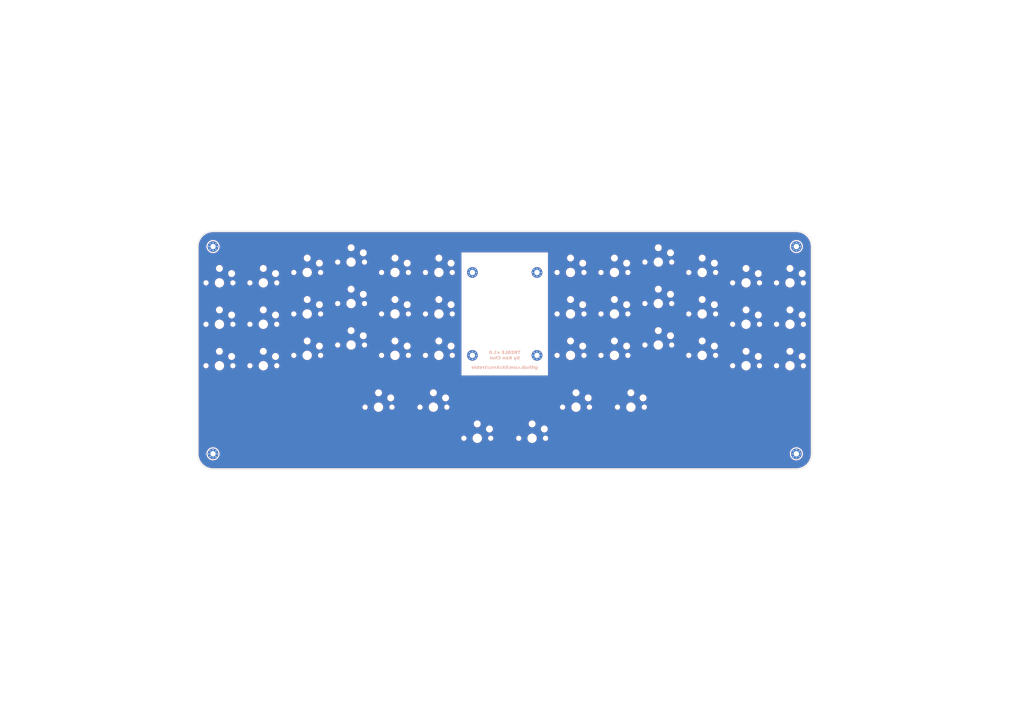
<source format=kicad_pcb>
(kicad_pcb (version 20240108) (generator "pcbnew") (generator_version "8.0")
  (title_block (title "treble_bottom_plate") (date "2024-09-01") (rev "1") (company "Ken Choi"))
  (layers (0 "F.Cu" signal) (31 "B.Cu" signal) (34 "B.Paste" user) (35 "F.Paste" user) (36 "B.SilkS" user "B.Silkscreen") (37 "F.SilkS" user "F.Silkscreen") (38 "B.Mask" user) (39 "F.Mask" user) (44 "Edge.Cuts" user))
  (net 0 "")
  (net 1 "H1_Hole")
  (net 2 "H2_Hole")
  (net 3 "H3_Hole")
  (net 4 "H4_Hole")
  (net 5 "H5_Hole")
  (net 6 "H6_Hole")
  (net 7 "H7_Hole")
  (net 8 "H8_Hole")
  (net 9 "GND")
  (footprint "CutoutSwitch" (layer "F.Cu") (at 180 111.75)
    (property "Reference" "CS18" (hide yes))
    (property "Value" "")
    (pad "" np_thru_hole circle (at -5.5 0) (size 1.7 1.7) (drill 1.7) (layers "*.Cu" "*.Mask"))
    (pad "" np_thru_hole circle (at 0 -5.9) (size 2.4 2.4) (drill 2.4) (layers "*.Cu" "*.Mask"))
    (pad "" np_thru_hole circle (at 0 0) (size 3.4 3.4) (drill 3.4) (layers "*.Cu" "*.Mask"))
    (pad "" np_thru_hole circle (at 5 -3.8) (size 2.4 2.4) (drill 2.4) (layers "*.Cu" "*.Mask"))
    (pad "" np_thru_hole circle (at 5.5 0) (size 1.7 1.7) (drill 1.7) (layers "*.Cu" "*.Mask"))
  )
  (footprint "MountingHole_2.2mm_M2_Pad_Via" (layer "F.Cu") (at 193.75 111.75)
    (property "Reference" "H2" (hide yes))
    (property "Value" "")
    (pad "" thru_hole circle (at -1.65 0) (size 0.7 0.7) (drill 0.4) (layers "*.Cu" "*.Mask") (net 2 "H2_Hole"))
    (pad "" thru_hole circle (at -1.166726 -1.166726) (size 0.7 0.7) (drill 0.4) (layers "*.Cu" "*.Mask") (net 2 "H2_Hole"))
    (pad "" thru_hole circle (at -1.166726 1.166726) (size 0.7 0.7) (drill 0.4) (layers "*.Cu" "*.Mask") (net 2 "H2_Hole"))
    (pad "" thru_hole circle (at 0 -1.65) (size 0.7 0.7) (drill 0.4) (layers "*.Cu" "*.Mask") (net 2 "H2_Hole"))
    (pad "" thru_hole circle (at 0 0) (size 4.4 4.4) (drill 2.2) (layers "*.Cu" "*.Mask") (net 2 "H2_Hole"))
    (pad "" thru_hole circle (at 0 1.65) (size 0.7 0.7) (drill 0.4) (layers "*.Cu" "*.Mask") (net 2 "H2_Hole"))
    (pad "" thru_hole circle (at 1.166726 -1.166726) (size 0.7 0.7) (drill 0.4) (layers "*.Cu" "*.Mask") (net 2 "H2_Hole"))
    (pad "" thru_hole circle (at 1.166726 1.166726) (size 0.7 0.7) (drill 0.4) (layers "*.Cu" "*.Mask") (net 2 "H2_Hole"))
    (pad "" thru_hole circle (at 1.65 0) (size 0.7 0.7) (drill 0.4) (layers "*.Cu" "*.Mask") (net 2 "H2_Hole"))
  )
  (footprint "CutoutSwitch" (layer "F.Cu") (at 126 128.75)
    (property "Reference" "CS8" (hide yes))
    (property "Value" "")
    (pad "" np_thru_hole circle (at -5.5 0) (size 1.7 1.7) (drill 1.7) (layers "*.Cu" "*.Mask"))
    (pad "" np_thru_hole circle (at 0 -5.9) (size 2.4 2.4) (drill 2.4) (layers "*.Cu" "*.Mask"))
    (pad "" np_thru_hole circle (at 0 0) (size 3.4 3.4) (drill 3.4) (layers "*.Cu" "*.Mask"))
    (pad "" np_thru_hole circle (at 5 -3.8) (size 2.4 2.4) (drill 2.4) (layers "*.Cu" "*.Mask"))
    (pad "" np_thru_hole circle (at 5.5 0) (size 1.7 1.7) (drill 1.7) (layers "*.Cu" "*.Mask"))
  )
  (footprint "CutoutSwitch" (layer "F.Cu") (at 234 128.75)
    (property "Reference" "CS38" (hide yes))
    (property "Value" "")
    (pad "" np_thru_hole circle (at -5.5 0) (size 1.7 1.7) (drill 1.7) (layers "*.Cu" "*.Mask"))
    (pad "" np_thru_hole circle (at 0 -5.9) (size 2.4 2.4) (drill 2.4) (layers "*.Cu" "*.Mask"))
    (pad "" np_thru_hole circle (at 0 0) (size 3.4 3.4) (drill 3.4) (layers "*.Cu" "*.Mask"))
    (pad "" np_thru_hole circle (at 5 -3.8) (size 2.4 2.4) (drill 2.4) (layers "*.Cu" "*.Mask"))
    (pad "" np_thru_hole circle (at 5.5 0) (size 1.7 1.7) (drill 1.7) (layers "*.Cu" "*.Mask"))
  )
  (footprint "CutoutSwitch" (layer "F.Cu") (at 288 128.75)
    (property "Reference" "CS29" (hide yes))
    (property "Value" "")
    (pad "" np_thru_hole circle (at -5.5 0) (size 1.7 1.7) (drill 1.7) (layers "*.Cu" "*.Mask"))
    (pad "" np_thru_hole circle (at 0 -5.9) (size 2.4 2.4) (drill 2.4) (layers "*.Cu" "*.Mask"))
    (pad "" np_thru_hole circle (at 0 0) (size 3.4 3.4) (drill 3.4) (layers "*.Cu" "*.Mask"))
    (pad "" np_thru_hole circle (at 5 -3.8) (size 2.4 2.4) (drill 2.4) (layers "*.Cu" "*.Mask"))
    (pad "" np_thru_hole circle (at 5.5 0) (size 1.7 1.7) (drill 1.7) (layers "*.Cu" "*.Mask"))
  )
  (footprint "MountingHole_2.2mm_M2_Pad_Via" (layer "F.Cu") (at 220.25 145.75)
    (property "Reference" "H3" (hide yes))
    (property "Value" "")
    (pad "" thru_hole circle (at -1.65 0) (size 0.7 0.7) (drill 0.4) (layers "*.Cu" "*.Mask") (net 3 "H3_Hole"))
    (pad "" thru_hole circle (at -1.166726 -1.166726) (size 0.7 0.7) (drill 0.4) (layers "*.Cu" "*.Mask") (net 3 "H3_Hole"))
    (pad "" thru_hole circle (at -1.166726 1.166726) (size 0.7 0.7) (drill 0.4) (layers "*.Cu" "*.Mask") (net 3 "H3_Hole"))
    (pad "" thru_hole circle (at 0 -1.65) (size 0.7 0.7) (drill 0.4) (layers "*.Cu" "*.Mask") (net 3 "H3_Hole"))
    (pad "" thru_hole circle (at 0 0) (size 4.4 4.4) (drill 2.2) (layers "*.Cu" "*.Mask") (net 3 "H3_Hole"))
    (pad "" thru_hole circle (at 0 1.65) (size 0.7 0.7) (drill 0.4) (layers "*.Cu" "*.Mask") (net 3 "H3_Hole"))
    (pad "" thru_hole circle (at 1.166726 -1.166726) (size 0.7 0.7) (drill 0.4) (layers "*.Cu" "*.Mask") (net 3 "H3_Hole"))
    (pad "" thru_hole circle (at 1.166726 1.166726) (size 0.7 0.7) (drill 0.4) (layers "*.Cu" "*.Mask") (net 3 "H3_Hole"))
    (pad "" thru_hole circle (at 1.65 0) (size 0.7 0.7) (drill 0.4) (layers "*.Cu" "*.Mask") (net 3 "H3_Hole"))
  )
  (footprint "MountingHole_2.2mm_M2_Pad_Via" (layer "F.Cu") (at 220.25 111.75)
    (property "Reference" "H4" (hide yes))
    (property "Value" "")
    (pad "" thru_hole circle (at -1.65 0) (size 0.7 0.7) (drill 0.4) (layers "*.Cu" "*.Mask") (net 4 "H4_Hole"))
    (pad "" thru_hole circle (at -1.166726 -1.166726) (size 0.7 0.7) (drill 0.4) (layers "*.Cu" "*.Mask") (net 4 "H4_Hole"))
    (pad "" thru_hole circle (at -1.166726 1.166726) (size 0.7 0.7) (drill 0.4) (layers "*.Cu" "*.Mask") (net 4 "H4_Hole"))
    (pad "" thru_hole circle (at 0 -1.65) (size 0.7 0.7) (drill 0.4) (layers "*.Cu" "*.Mask") (net 4 "H4_Hole"))
    (pad "" thru_hole circle (at 0 0) (size 4.4 4.4) (drill 2.2) (layers "*.Cu" "*.Mask") (net 4 "H4_Hole"))
    (pad "" thru_hole circle (at 0 1.65) (size 0.7 0.7) (drill 0.4) (layers "*.Cu" "*.Mask") (net 4 "H4_Hole"))
    (pad "" thru_hole circle (at 1.166726 -1.166726) (size 0.7 0.7) (drill 0.4) (layers "*.Cu" "*.Mask") (net 4 "H4_Hole"))
    (pad "" thru_hole circle (at 1.166726 1.166726) (size 0.7 0.7) (drill 0.4) (layers "*.Cu" "*.Mask") (net 4 "H4_Hole"))
    (pad "" thru_hole circle (at 1.65 0) (size 0.7 0.7) (drill 0.4) (layers "*.Cu" "*.Mask") (net 4 "H4_Hole"))
  )
  (footprint "CutoutSwitch" (layer "F.Cu") (at 144 124.5)
    (property "Reference" "CS11" (hide yes))
    (property "Value" "")
    (pad "" np_thru_hole circle (at -5.5 0) (size 1.7 1.7) (drill 1.7) (layers "*.Cu" "*.Mask"))
    (pad "" np_thru_hole circle (at 0 -5.9) (size 2.4 2.4) (drill 2.4) (layers "*.Cu" "*.Mask"))
    (pad "" np_thru_hole circle (at 0 0) (size 3.4 3.4) (drill 3.4) (layers "*.Cu" "*.Mask"))
    (pad "" np_thru_hole circle (at 5 -3.8) (size 2.4 2.4) (drill 2.4) (layers "*.Cu" "*.Mask"))
    (pad "" np_thru_hole circle (at 5.5 0) (size 1.7 1.7) (drill 1.7) (layers "*.Cu" "*.Mask"))
  )
  (footprint "CutoutSwitch" (layer "F.Cu") (at 144 107.5)
    (property "Reference" "CS12" (hide yes))
    (property "Value" "")
    (pad "" np_thru_hole circle (at -5.5 0) (size 1.7 1.7) (drill 1.7) (layers "*.Cu" "*.Mask"))
    (pad "" np_thru_hole circle (at 0 -5.9) (size 2.4 2.4) (drill 2.4) (layers "*.Cu" "*.Mask"))
    (pad "" np_thru_hole circle (at 0 0) (size 3.4 3.4) (drill 3.4) (layers "*.Cu" "*.Mask"))
    (pad "" np_thru_hole circle (at 5 -3.8) (size 2.4 2.4) (drill 2.4) (layers "*.Cu" "*.Mask"))
    (pad "" np_thru_hole circle (at 5.5 0) (size 1.7 1.7) (drill 1.7) (layers "*.Cu" "*.Mask"))
  )
  (footprint "MountingHole_2.2mm_M2_Pad_Via" (layer "F.Cu") (at 326.625 101.125)
    (property "Reference" "H8" (hide yes))
    (property "Value" "")
    (pad "" thru_hole circle (at -1.65 0) (size 0.7 0.7) (drill 0.4) (layers "*.Cu" "*.Mask") (net 8 "H8_Hole"))
    (pad "" thru_hole circle (at -1.166726 -1.166726) (size 0.7 0.7) (drill 0.4) (layers "*.Cu" "*.Mask") (net 8 "H8_Hole"))
    (pad "" thru_hole circle (at -1.166726 1.166726) (size 0.7 0.7) (drill 0.4) (layers "*.Cu" "*.Mask") (net 8 "H8_Hole"))
    (pad "" thru_hole circle (at 0 -1.65) (size 0.7 0.7) (drill 0.4) (layers "*.Cu" "*.Mask") (net 8 "H8_Hole"))
    (pad "" thru_hole circle (at 0 0) (size 4.4 4.4) (drill 2.2) (layers "*.Cu" "*.Mask") (net 8 "H8_Hole"))
    (pad "" thru_hole circle (at 0 1.65) (size 0.7 0.7) (drill 0.4) (layers "*.Cu" "*.Mask") (net 8 "H8_Hole"))
    (pad "" thru_hole circle (at 1.166726 -1.166726) (size 0.7 0.7) (drill 0.4) (layers "*.Cu" "*.Mask") (net 8 "H8_Hole"))
    (pad "" thru_hole circle (at 1.166726 1.166726) (size 0.7 0.7) (drill 0.4) (layers "*.Cu" "*.Mask") (net 8 "H8_Hole"))
    (pad "" thru_hole circle (at 1.65 0) (size 0.7 0.7) (drill 0.4) (layers "*.Cu" "*.Mask") (net 8 "H8_Hole"))
  )
  (footprint "CutoutSwitch" (layer "F.Cu") (at 162 145.75)
    (property "Reference" "CS13" (hide yes))
    (property "Value" "")
    (pad "" np_thru_hole circle (at -5.5 0) (size 1.7 1.7) (drill 1.7) (layers "*.Cu" "*.Mask"))
    (pad "" np_thru_hole circle (at 0 -5.9) (size 2.4 2.4) (drill 2.4) (layers "*.Cu" "*.Mask"))
    (pad "" np_thru_hole circle (at 0 0) (size 3.4 3.4) (drill 3.4) (layers "*.Cu" "*.Mask"))
    (pad "" np_thru_hole circle (at 5 -3.8) (size 2.4 2.4) (drill 2.4) (layers "*.Cu" "*.Mask"))
    (pad "" np_thru_hole circle (at 5.5 0) (size 1.7 1.7) (drill 1.7) (layers "*.Cu" "*.Mask"))
  )
  (footprint "CutoutSwitch" (layer "F.Cu") (at 155.25 167)
    (property "Reference" "CS19" (hide yes))
    (property "Value" "")
    (pad "" np_thru_hole circle (at -5.5 0) (size 1.7 1.7) (drill 1.7) (layers "*.Cu" "*.Mask"))
    (pad "" np_thru_hole circle (at 0 -5.9) (size 2.4 2.4) (drill 2.4) (layers "*.Cu" "*.Mask"))
    (pad "" np_thru_hole circle (at 0 0) (size 3.4 3.4) (drill 3.4) (layers "*.Cu" "*.Mask"))
    (pad "" np_thru_hole circle (at 5 -3.8) (size 2.4 2.4) (drill 2.4) (layers "*.Cu" "*.Mask"))
    (pad "" np_thru_hole circle (at 5.5 0) (size 1.7 1.7) (drill 1.7) (layers "*.Cu" "*.Mask"))
  )
  (footprint "CutoutSwitch" (layer "F.Cu") (at 108 150)
    (property "Reference" "CS4" (hide yes))
    (property "Value" "")
    (pad "" np_thru_hole circle (at -5.5 0) (size 1.7 1.7) (drill 1.7) (layers "*.Cu" "*.Mask"))
    (pad "" np_thru_hole circle (at 0 -5.9) (size 2.4 2.4) (drill 2.4) (layers "*.Cu" "*.Mask"))
    (pad "" np_thru_hole circle (at 0 0) (size 3.4 3.4) (drill 3.4) (layers "*.Cu" "*.Mask"))
    (pad "" np_thru_hole circle (at 5 -3.8) (size 2.4 2.4) (drill 2.4) (layers "*.Cu" "*.Mask"))
    (pad "" np_thru_hole circle (at 5.5 0) (size 1.7 1.7) (drill 1.7) (layers "*.Cu" "*.Mask"))
  )
  (footprint "CutoutSwitch" (layer "F.Cu") (at 270 124.5)
    (property "Reference" "CS32" (hide yes))
    (property "Value" "")
    (pad "" np_thru_hole circle (at -5.5 0) (size 1.7 1.7) (drill 1.7) (layers "*.Cu" "*.Mask"))
    (pad "" np_thru_hole circle (at 0 -5.9) (size 2.4 2.4) (drill 2.4) (layers "*.Cu" "*.Mask"))
    (pad "" np_thru_hole circle (at 0 0) (size 3.4 3.4) (drill 3.4) (layers "*.Cu" "*.Mask"))
    (pad "" np_thru_hole circle (at 5 -3.8) (size 2.4 2.4) (drill 2.4) (layers "*.Cu" "*.Mask"))
    (pad "" np_thru_hole circle (at 5.5 0) (size 1.7 1.7) (drill 1.7) (layers "*.Cu" "*.Mask"))
  )
  (footprint "CutoutSwitch" (layer "F.Cu") (at 177.75 167)
    (property "Reference" "CS20" (hide yes))
    (property "Value" "")
    (pad "" np_thru_hole circle (at -5.5 0) (size 1.7 1.7) (drill 1.7) (layers "*.Cu" "*.Mask"))
    (pad "" np_thru_hole circle (at 0 -5.9) (size 2.4 2.4) (drill 2.4) (layers "*.Cu" "*.Mask"))
    (pad "" np_thru_hole circle (at 0 0) (size 3.4 3.4) (drill 3.4) (layers "*.Cu" "*.Mask"))
    (pad "" np_thru_hole circle (at 5 -3.8) (size 2.4 2.4) (drill 2.4) (layers "*.Cu" "*.Mask"))
    (pad "" np_thru_hole circle (at 5.5 0) (size 1.7 1.7) (drill 1.7) (layers "*.Cu" "*.Mask"))
  )
  (footprint "MountingHole_2.2mm_M2_Pad_Via" (layer "F.Cu") (at 193.75 145.75)
    (property "Reference" "H1" (hide yes))
    (property "Value" "")
    (pad "" thru_hole circle (at -1.65 0) (size 0.7 0.7) (drill 0.4) (layers "*.Cu" "*.Mask") (net 1 "H1_Hole"))
    (pad "" thru_hole circle (at -1.166726 -1.166726) (size 0.7 0.7) (drill 0.4) (layers "*.Cu" "*.Mask") (net 1 "H1_Hole"))
    (pad "" thru_hole circle (at -1.166726 1.166726) (size 0.7 0.7) (drill 0.4) (layers "*.Cu" "*.Mask") (net 1 "H1_Hole"))
    (pad "" thru_hole circle (at 0 -1.65) (size 0.7 0.7) (drill 0.4) (layers "*.Cu" "*.Mask") (net 1 "H1_Hole"))
    (pad "" thru_hole circle (at 0 0) (size 4.4 4.4) (drill 2.2) (layers "*.Cu" "*.Mask") (net 1 "H1_Hole"))
    (pad "" thru_hole circle (at 0 1.65) (size 0.7 0.7) (drill 0.4) (layers "*.Cu" "*.Mask") (net 1 "H1_Hole"))
    (pad "" thru_hole circle (at 1.166726 -1.166726) (size 0.7 0.7) (drill 0.4) (layers "*.Cu" "*.Mask") (net 1 "H1_Hole"))
    (pad "" thru_hole circle (at 1.166726 1.166726) (size 0.7 0.7) (drill 0.4) (layers "*.Cu" "*.Mask") (net 1 "H1_Hole"))
    (pad "" thru_hole circle (at 1.65 0) (size 0.7 0.7) (drill 0.4) (layers "*.Cu" "*.Mask") (net 1 "H1_Hole"))
  )
  (footprint "MountingHole_2.2mm_M2_Pad_Via" (layer "F.Cu") (at 326.625 186.125)
    (property "Reference" "H7" (hide yes))
    (property "Value" "")
    (pad "" thru_hole circle (at -1.65 0) (size 0.7 0.7) (drill 0.4) (layers "*.Cu" "*.Mask") (net 7 "H7_Hole"))
    (pad "" thru_hole circle (at -1.166726 -1.166726) (size 0.7 0.7) (drill 0.4) (layers "*.Cu" "*.Mask") (net 7 "H7_Hole"))
    (pad "" thru_hole circle (at -1.166726 1.166726) (size 0.7 0.7) (drill 0.4) (layers "*.Cu" "*.Mask") (net 7 "H7_Hole"))
    (pad "" thru_hole circle (at 0 -1.65) (size 0.7 0.7) (drill 0.4) (layers "*.Cu" "*.Mask") (net 7 "H7_Hole"))
    (pad "" thru_hole circle (at 0 0) (size 4.4 4.4) (drill 2.2) (layers "*.Cu" "*.Mask") (net 7 "H7_Hole"))
    (pad "" thru_hole circle (at 0 1.65) (size 0.7 0.7) (drill 0.4) (layers "*.Cu" "*.Mask") (net 7 "H7_Hole"))
    (pad "" thru_hole circle (at 1.166726 -1.166726) (size 0.7 0.7) (drill 0.4) (layers "*.Cu" "*.Mask") (net 7 "H7_Hole"))
    (pad "" thru_hole circle (at 1.166726 1.166726) (size 0.7 0.7) (drill 0.4) (layers "*.Cu" "*.Mask") (net 7 "H7_Hole"))
    (pad "" thru_hole circle (at 1.65 0) (size 0.7 0.7) (drill 0.4) (layers "*.Cu" "*.Mask") (net 7 "H7_Hole"))
  )
  (footprint "CutoutSwitch" (layer "F.Cu") (at 252 145.75)
    (property "Reference" "CS34" (hide yes))
    (property "Value" "")
    (pad "" np_thru_hole circle (at -5.5 0) (size 1.7 1.7) (drill 1.7) (layers "*.Cu" "*.Mask"))
    (pad "" np_thru_hole circle (at 0 -5.9) (size 2.4 2.4) (drill 2.4) (layers "*.Cu" "*.Mask"))
    (pad "" np_thru_hole circle (at 0 0) (size 3.4 3.4) (drill 3.4) (layers "*.Cu" "*.Mask"))
    (pad "" np_thru_hole circle (at 5 -3.8) (size 2.4 2.4) (drill 2.4) (layers "*.Cu" "*.Mask"))
    (pad "" np_thru_hole circle (at 5.5 0) (size 1.7 1.7) (drill 1.7) (layers "*.Cu" "*.Mask"))
  )
  (footprint "CutoutSwitch" (layer "F.Cu") (at 126 145.75)
    (property "Reference" "CS7" (hide yes))
    (property "Value" "")
    (pad "" np_thru_hole circle (at -5.5 0) (size 1.7 1.7) (drill 1.7) (layers "*.Cu" "*.Mask"))
    (pad "" np_thru_hole circle (at 0 -5.9) (size 2.4 2.4) (drill 2.4) (layers "*.Cu" "*.Mask"))
    (pad "" np_thru_hole circle (at 0 0) (size 3.4 3.4) (drill 3.4) (layers "*.Cu" "*.Mask"))
    (pad "" np_thru_hole circle (at 5 -3.8) (size 2.4 2.4) (drill 2.4) (layers "*.Cu" "*.Mask"))
    (pad "" np_thru_hole circle (at 5.5 0) (size 1.7 1.7) (drill 1.7) (layers "*.Cu" "*.Mask"))
  )
  (footprint "RuledArea" (layer "F.Cu") (at 207 128.75)
    (property "Reference" "RA1" (hide yes))
    (property "Value" "")
    (zone (net 0) (net_name "") (layers "F&B.Cu") (connect_pads (clearance 0)) (min_thickness 0.254)
      (keepout (tracks allowed) (vias allowed) (pads allowed) (copperpour not_allowed) (footprints allowed))
      (fill (thermal_gap 0.508) (thermal_bridge_width 0.508))
      (polygon (pts (xy 189.25 103.5) (xy 224.75 103.5) (xy 224.75 154) (xy 189.25 154)))
    )
  )
  (footprint "CutoutSwitch" (layer "F.Cu") (at 258.75 167)
    (property "Reference" "CS40" (hide yes))
    (property "Value" "")
    (pad "" np_thru_hole circle (at -5.5 0) (size 1.7 1.7) (drill 1.7) (layers "*.Cu" "*.Mask"))
    (pad "" np_thru_hole circle (at 0 -5.9) (size 2.4 2.4) (drill 2.4) (layers "*.Cu" "*.Mask"))
    (pad "" np_thru_hole circle (at 0 0) (size 3.4 3.4) (drill 3.4) (layers "*.Cu" "*.Mask"))
    (pad "" np_thru_hole circle (at 5 -3.8) (size 2.4 2.4) (drill 2.4) (layers "*.Cu" "*.Mask"))
    (pad "" np_thru_hole circle (at 5.5 0) (size 1.7 1.7) (drill 1.7) (layers "*.Cu" "*.Mask"))
  )
  (footprint "CutoutSwitch" (layer "F.Cu") (at 90 150)
    (property "Reference" "CS1" (hide yes))
    (property "Value" "")
    (pad "" np_thru_hole circle (at -5.5 0) (size 1.7 1.7) (drill 1.7) (layers "*.Cu" "*.Mask"))
    (pad "" np_thru_hole circle (at 0 -5.9) (size 2.4 2.4) (drill 2.4) (layers "*.Cu" "*.Mask"))
    (pad "" np_thru_hole circle (at 0 0) (size 3.4 3.4) (drill 3.4) (layers "*.Cu" "*.Mask"))
    (pad "" np_thru_hole circle (at 5 -3.8) (size 2.4 2.4) (drill 2.4) (layers "*.Cu" "*.Mask"))
    (pad "" np_thru_hole circle (at 5.5 0) (size 1.7 1.7) (drill 1.7) (layers "*.Cu" "*.Mask"))
  )
  (footprint "CutoutMCU" (layer "F.Cu") (at 220.25 131.75)
    (property "Reference" "CJ1" (hide yes))
    (property "Value" "")
    (pad "" np_thru_hole oval (at -0.25 0) (size 4.5 2.2) (drill oval 4.5 2.2) (layers "*.Cu" "*.Mask"))
  )
  (footprint "CutoutSwitch" (layer "F.Cu") (at 234 111.75)
    (property "Reference" "CS39" (hide yes))
    (property "Value" "")
    (pad "" np_thru_hole circle (at -5.5 0) (size 1.7 1.7) (drill 1.7) (layers "*.Cu" "*.Mask"))
    (pad "" np_thru_hole circle (at 0 -5.9) (size 2.4 2.4) (drill 2.4) (layers "*.Cu" "*.Mask"))
    (pad "" np_thru_hole circle (at 0 0) (size 3.4 3.4) (drill 3.4) (layers "*.Cu" "*.Mask"))
    (pad "" np_thru_hole circle (at 5 -3.8) (size 2.4 2.4) (drill 2.4) (layers "*.Cu" "*.Mask"))
    (pad "" np_thru_hole circle (at 5.5 0) (size 1.7 1.7) (drill 1.7) (layers "*.Cu" "*.Mask"))
  )
  (footprint "CutoutSwitch" (layer "F.Cu") (at 288 145.75)
    (property "Reference" "CS28" (hide yes))
    (property "Value" "")
    (pad "" np_thru_hole circle (at -5.5 0) (size 1.7 1.7) (drill 1.7) (layers "*.Cu" "*.Mask"))
    (pad "" np_thru_hole circle (at 0 -5.9) (size 2.4 2.4) (drill 2.4) (layers "*.Cu" "*.Mask"))
    (pad "" np_thru_hole circle (at 0 0) (size 3.4 3.4) (drill 3.4) (layers "*.Cu" "*.Mask"))
    (pad "" np_thru_hole circle (at 5 -3.8) (size 2.4 2.4) (drill 2.4) (layers "*.Cu" "*.Mask"))
    (pad "" np_thru_hole circle (at 5.5 0) (size 1.7 1.7) (drill 1.7) (layers "*.Cu" "*.Mask"))
  )
  (footprint "CutoutSwitch" (layer "F.Cu") (at 306 116)
    (property "Reference" "CS27" (hide yes))
    (property "Value" "")
    (pad "" np_thru_hole circle (at -5.5 0) (size 1.7 1.7) (drill 1.7) (layers "*.Cu" "*.Mask"))
    (pad "" np_thru_hole circle (at 0 -5.9) (size 2.4 2.4) (drill 2.4) (layers "*.Cu" "*.Mask"))
    (pad "" np_thru_hole circle (at 0 0) (size 3.4 3.4) (drill 3.4) (layers "*.Cu" "*.Mask"))
    (pad "" np_thru_hole circle (at 5 -3.8) (size 2.4 2.4) (drill 2.4) (layers "*.Cu" "*.Mask"))
    (pad "" np_thru_hole circle (at 5.5 0) (size 1.7 1.7) (drill 1.7) (layers "*.Cu" "*.Mask"))
  )
  (footprint "CutoutSwitch" (layer "F.Cu") (at 270 141.5)
    (property "Reference" "CS31" (hide yes))
    (property "Value" "")
    (pad "" np_thru_hole circle (at -5.5 0) (size 1.7 1.7) (drill 1.7) (layers "*.Cu" "*.Mask"))
    (pad "" np_thru_hole circle (at 0 -5.9) (size 2.4 2.4) (drill 2.4) (layers "*.Cu" "*.Mask"))
    (pad "" np_thru_hole circle (at 0 0) (size 3.4 3.4) (drill 3.4) (layers "*.Cu" "*.Mask"))
    (pad "" np_thru_hole circle (at 5 -3.8) (size 2.4 2.4) (drill 2.4) (layers "*.Cu" "*.Mask"))
    (pad "" np_thru_hole circle (at 5.5 0) (size 1.7 1.7) (drill 1.7) (layers "*.Cu" "*.Mask"))
  )
  (footprint "CutoutSwitch" (layer "F.Cu") (at 90 133)
    (property "Reference" "CS2" (hide yes))
    (property "Value" "")
    (pad "" np_thru_hole circle (at -5.5 0) (size 1.7 1.7) (drill 1.7) (layers "*.Cu" "*.Mask"))
    (pad "" np_thru_hole circle (at 0 -5.9) (size 2.4 2.4) (drill 2.4) (layers "*.Cu" "*.Mask"))
    (pad "" np_thru_hole circle (at 0 0) (size 3.4 3.4) (drill 3.4) (layers "*.Cu" "*.Mask"))
    (pad "" np_thru_hole circle (at 5 -3.8) (size 2.4 2.4) (drill 2.4) (layers "*.Cu" "*.Mask"))
    (pad "" np_thru_hole circle (at 5.5 0) (size 1.7 1.7) (drill 1.7) (layers "*.Cu" "*.Mask"))
  )
  (footprint "CutoutSwitch" (layer "F.Cu") (at 195.75 179.75)
    (property "Reference" "CS21" (hide yes))
    (property "Value" "")
    (pad "" np_thru_hole circle (at -5.5 0) (size 1.7 1.7) (drill 1.7) (layers "*.Cu" "*.Mask"))
    (pad "" np_thru_hole circle (at 0 -5.9) (size 2.4 2.4) (drill 2.4) (layers "*.Cu" "*.Mask"))
    (pad "" np_thru_hole circle (at 0 0) (size 3.4 3.4) (drill 3.4) (layers "*.Cu" "*.Mask"))
    (pad "" np_thru_hole circle (at 5 -3.8) (size 2.4 2.4) (drill 2.4) (layers "*.Cu" "*.Mask"))
    (pad "" np_thru_hole circle (at 5.5 0) (size 1.7 1.7) (drill 1.7) (layers "*.Cu" "*.Mask"))
  )
  (footprint "CutoutSwitch" (layer "F.Cu") (at 108 133)
    (property "Reference" "CS5" (hide yes))
    (property "Value" "")
    (pad "" np_thru_hole circle (at -5.5 0) (size 1.7 1.7) (drill 1.7) (layers "*.Cu" "*.Mask"))
    (pad "" np_thru_hole circle (at 0 -5.9) (size 2.4 2.4) (drill 2.4) (layers "*.Cu" "*.Mask"))
    (pad "" np_thru_hole circle (at 0 0) (size 3.4 3.4) (drill 3.4) (layers "*.Cu" "*.Mask"))
    (pad "" np_thru_hole circle (at 5 -3.8) (size 2.4 2.4) (drill 2.4) (layers "*.Cu" "*.Mask"))
    (pad "" np_thru_hole circle (at 5.5 0) (size 1.7 1.7) (drill 1.7) (layers "*.Cu" "*.Mask"))
  )
  (footprint "CutoutSwitch" (layer "F.Cu") (at 324 150)
    (property "Reference" "CS22" (hide yes))
    (property "Value" "")
    (pad "" np_thru_hole circle (at -5.5 0) (size 1.7 1.7) (drill 1.7) (layers "*.Cu" "*.Mask"))
    (pad "" np_thru_hole circle (at 0 -5.9) (size 2.4 2.4) (drill 2.4) (layers "*.Cu" "*.Mask"))
    (pad "" np_thru_hole circle (at 0 0) (size 3.4 3.4) (drill 3.4) (layers "*.Cu" "*.Mask"))
    (pad "" np_thru_hole circle (at 5 -3.8) (size 2.4 2.4) (drill 2.4) (layers "*.Cu" "*.Mask"))
    (pad "" np_thru_hole circle (at 5.5 0) (size 1.7 1.7) (drill 1.7) (layers "*.Cu" "*.Mask"))
  )
  (footprint "CutoutSwitch" (layer "F.Cu") (at 126 111.75)
    (property "Reference" "CS9" (hide yes))
    (property "Value" "")
    (pad "" np_thru_hole circle (at -5.5 0) (size 1.7 1.7) (drill 1.7) (layers "*.Cu" "*.Mask"))
    (pad "" np_thru_hole circle (at 0 -5.9) (size 2.4 2.4) (drill 2.4) (layers "*.Cu" "*.Mask"))
    (pad "" np_thru_hole circle (at 0 0) (size 3.4 3.4) (drill 3.4) (layers "*.Cu" "*.Mask"))
    (pad "" np_thru_hole circle (at 5 -3.8) (size 2.4 2.4) (drill 2.4) (layers "*.Cu" "*.Mask"))
    (pad "" np_thru_hole circle (at 5.5 0) (size 1.7 1.7) (drill 1.7) (layers "*.Cu" "*.Mask"))
  )
  (footprint "CutoutSwitch" (layer "F.Cu") (at 306 150)
    (property "Reference" "CS25" (hide yes))
    (property "Value" "")
    (pad "" np_thru_hole circle (at -5.5 0) (size 1.7 1.7) (drill 1.7) (layers "*.Cu" "*.Mask"))
    (pad "" np_thru_hole circle (at 0 -5.9) (size 2.4 2.4) (drill 2.4) (layers "*.Cu" "*.Mask"))
    (pad "" np_thru_hole circle (at 0 0) (size 3.4 3.4) (drill 3.4) (layers "*.Cu" "*.Mask"))
    (pad "" np_thru_hole circle (at 5 -3.8) (size 2.4 2.4) (drill 2.4) (layers "*.Cu" "*.Mask"))
    (pad "" np_thru_hole circle (at 5.5 0) (size 1.7 1.7) (drill 1.7) (layers "*.Cu" "*.Mask"))
  )
  (footprint "CutoutSwitch" (layer "F.Cu") (at 288 111.75)
    (property "Reference" "CS30" (hide yes))
    (property "Value" "")
    (pad "" np_thru_hole circle (at -5.5 0) (size 1.7 1.7) (drill 1.7) (layers "*.Cu" "*.Mask"))
    (pad "" np_thru_hole circle (at 0 -5.9) (size 2.4 2.4) (drill 2.4) (layers "*.Cu" "*.Mask"))
    (pad "" np_thru_hole circle (at 0 0) (size 3.4 3.4) (drill 3.4) (layers "*.Cu" "*.Mask"))
    (pad "" np_thru_hole circle (at 5 -3.8) (size 2.4 2.4) (drill 2.4) (layers "*.Cu" "*.Mask"))
    (pad "" np_thru_hole circle (at 5.5 0) (size 1.7 1.7) (drill 1.7) (layers "*.Cu" "*.Mask"))
  )
  (footprint "CutoutSwitch" (layer "F.Cu") (at 252 111.75)
    (property "Reference" "CS36" (hide yes))
    (property "Value" "")
    (pad "" np_thru_hole circle (at -5.5 0) (size 1.7 1.7) (drill 1.7) (layers "*.Cu" "*.Mask"))
    (pad "" np_thru_hole circle (at 0 -5.9) (size 2.4 2.4) (drill 2.4) (layers "*.Cu" "*.Mask"))
    (pad "" np_thru_hole circle (at 0 0) (size 3.4 3.4) (drill 3.4) (layers "*.Cu" "*.Mask"))
    (pad "" np_thru_hole circle (at 5 -3.8) (size 2.4 2.4) (drill 2.4) (layers "*.Cu" "*.Mask"))
    (pad "" np_thru_hole circle (at 5.5 0) (size 1.7 1.7) (drill 1.7) (layers "*.Cu" "*.Mask"))
  )
  (footprint "CutoutSwitch" (layer "F.Cu") (at 90 116)
    (property "Reference" "CS3" (hide yes))
    (property "Value" "")
    (pad "" np_thru_hole circle (at -5.5 0) (size 1.7 1.7) (drill 1.7) (layers "*.Cu" "*.Mask"))
    (pad "" np_thru_hole circle (at 0 -5.9) (size 2.4 2.4) (drill 2.4) (layers "*.Cu" "*.Mask"))
    (pad "" np_thru_hole circle (at 0 0) (size 3.4 3.4) (drill 3.4) (layers "*.Cu" "*.Mask"))
    (pad "" np_thru_hole circle (at 5 -3.8) (size 2.4 2.4) (drill 2.4) (layers "*.Cu" "*.Mask"))
    (pad "" np_thru_hole circle (at 5.5 0) (size 1.7 1.7) (drill 1.7) (layers "*.Cu" "*.Mask"))
  )
  (footprint "CutoutSwitch" (layer "F.Cu") (at 324 116)
    (property "Reference" "CS24" (hide yes))
    (property "Value" "")
    (pad "" np_thru_hole circle (at -5.5 0) (size 1.7 1.7) (drill 1.7) (layers "*.Cu" "*.Mask"))
    (pad "" np_thru_hole circle (at 0 -5.9) (size 2.4 2.4) (drill 2.4) (layers "*.Cu" "*.Mask"))
    (pad "" np_thru_hole circle (at 0 0) (size 3.4 3.4) (drill 3.4) (layers "*.Cu" "*.Mask"))
    (pad "" np_thru_hole circle (at 5 -3.8) (size 2.4 2.4) (drill 2.4) (layers "*.Cu" "*.Mask"))
    (pad "" np_thru_hole circle (at 5.5 0) (size 1.7 1.7) (drill 1.7) (layers "*.Cu" "*.Mask"))
  )
  (footprint "CutoutSwitch" (layer "F.Cu") (at 306 133)
    (property "Reference" "CS26" (hide yes))
    (property "Value" "")
    (pad "" np_thru_hole circle (at -5.5 0) (size 1.7 1.7) (drill 1.7) (layers "*.Cu" "*.Mask"))
    (pad "" np_thru_hole circle (at 0 -5.9) (size 2.4 2.4) (drill 2.4) (layers "*.Cu" "*.Mask"))
    (pad "" np_thru_hole circle (at 0 0) (size 3.4 3.4) (drill 3.4) (layers "*.Cu" "*.Mask"))
    (pad "" np_thru_hole circle (at 5 -3.8) (size 2.4 2.4) (drill 2.4) (layers "*.Cu" "*.Mask"))
    (pad "" np_thru_hole circle (at 5.5 0) (size 1.7 1.7) (drill 1.7) (layers "*.Cu" "*.Mask"))
  )
  (footprint "CutoutSwitch" (layer "F.Cu") (at 270 107.5)
    (property "Reference" "CS33" (hide yes))
    (property "Value" "")
    (pad "" np_thru_hole circle (at -5.5 0) (size 1.7 1.7) (drill 1.7) (layers "*.Cu" "*.Mask"))
    (pad "" np_thru_hole circle (at 0 -5.9) (size 2.4 2.4) (drill 2.4) (layers "*.Cu" "*.Mask"))
    (pad "" np_thru_hole circle (at 0 0) (size 3.4 3.4) (drill 3.4) (layers "*.Cu" "*.Mask"))
    (pad "" np_thru_hole circle (at 5 -3.8) (size 2.4 2.4) (drill 2.4) (layers "*.Cu" "*.Mask"))
    (pad "" np_thru_hole circle (at 5.5 0) (size 1.7 1.7) (drill 1.7) (layers "*.Cu" "*.Mask"))
  )
  (footprint "CutoutSwitch" (layer "F.Cu") (at 234 145.75)
    (property "Reference" "CS37" (hide yes))
    (property "Value" "")
    (pad "" np_thru_hole circle (at -5.5 0) (size 1.7 1.7) (drill 1.7) (layers "*.Cu" "*.Mask"))
    (pad "" np_thru_hole circle (at 0 -5.9) (size 2.4 2.4) (drill 2.4) (layers "*.Cu" "*.Mask"))
    (pad "" np_thru_hole circle (at 0 0) (size 3.4 3.4) (drill 3.4) (layers "*.Cu" "*.Mask"))
    (pad "" np_thru_hole circle (at 5 -3.8) (size 2.4 2.4) (drill 2.4) (layers "*.Cu" "*.Mask"))
    (pad "" np_thru_hole circle (at 5.5 0) (size 1.7 1.7) (drill 1.7) (layers "*.Cu" "*.Mask"))
  )
  (footprint "CutoutSwitch" (layer "F.Cu") (at 162 111.75)
    (property "Reference" "CS15" (hide yes))
    (property "Value" "")
    (pad "" np_thru_hole circle (at -5.5 0) (size 1.7 1.7) (drill 1.7) (layers "*.Cu" "*.Mask"))
    (pad "" np_thru_hole circle (at 0 -5.9) (size 2.4 2.4) (drill 2.4) (layers "*.Cu" "*.Mask"))
    (pad "" np_thru_hole circle (at 0 0) (size 3.4 3.4) (drill 3.4) (layers "*.Cu" "*.Mask"))
    (pad "" np_thru_hole circle (at 5 -3.8) (size 2.4 2.4) (drill 2.4) (layers "*.Cu" "*.Mask"))
    (pad "" np_thru_hole circle (at 5.5 0) (size 1.7 1.7) (drill 1.7) (layers "*.Cu" "*.Mask"))
  )
  (footprint "CutoutSwitch" (layer "F.Cu") (at 162 128.75)
    (property "Reference" "CS14" (hide yes))
    (property "Value" "")
    (pad "" np_thru_hole circle (at -5.5 0) (size 1.7 1.7) (drill 1.7) (layers "*.Cu" "*.Mask"))
    (pad "" np_thru_hole circle (at 0 -5.9) (size 2.4 2.4) (drill 2.4) (layers "*.Cu" "*.Mask"))
    (pad "" np_thru_hole circle (at 0 0) (size 3.4 3.4) (drill 3.4) (layers "*.Cu" "*.Mask"))
    (pad "" np_thru_hole circle (at 5 -3.8) (size 2.4 2.4) (drill 2.4) (layers "*.Cu" "*.Mask"))
    (pad "" np_thru_hole circle (at 5.5 0) (size 1.7 1.7) (drill 1.7) (layers "*.Cu" "*.Mask"))
  )
  (footprint "CutoutSwitch" (layer "F.Cu") (at 218.25 179.75)
    (property "Reference" "CS42" (hide yes))
    (property "Value" "")
    (pad "" np_thru_hole circle (at -5.5 0) (size 1.7 1.7) (drill 1.7) (layers "*.Cu" "*.Mask"))
    (pad "" np_thru_hole circle (at 0 -5.9) (size 2.4 2.4) (drill 2.4) (layers "*.Cu" "*.Mask"))
    (pad "" np_thru_hole circle (at 0 0) (size 3.4 3.4) (drill 3.4) (layers "*.Cu" "*.Mask"))
    (pad "" np_thru_hole circle (at 5 -3.8) (size 2.4 2.4) (drill 2.4) (layers "*.Cu" "*.Mask"))
    (pad "" np_thru_hole circle (at 5.5 0) (size 1.7 1.7) (drill 1.7) (layers "*.Cu" "*.Mask"))
  )
  (footprint "CutoutSwitch" (layer "F.Cu") (at 252 128.75)
    (property "Reference" "CS35" (hide yes))
    (property "Value" "")
    (pad "" np_thru_hole circle (at -5.5 0) (size 1.7 1.7) (drill 1.7) (layers "*.Cu" "*.Mask"))
    (pad "" np_thru_hole circle (at 0 -5.9) (size 2.4 2.4) (drill 2.4) (layers "*.Cu" "*.Mask"))
    (pad "" np_thru_hole circle (at 0 0) (size 3.4 3.4) (drill 3.4) (layers "*.Cu" "*.Mask"))
    (pad "" np_thru_hole circle (at 5 -3.8) (size 2.4 2.4) (drill 2.4) (layers "*.Cu" "*.Mask"))
    (pad "" np_thru_hole circle (at 5.5 0) (size 1.7 1.7) (drill 1.7) (layers "*.Cu" "*.Mask"))
  )
  (footprint "CutoutSwitch" (layer "F.Cu") (at 236.25 167)
    (property "Reference" "CS41" (hide yes))
    (property "Value" "")
    (pad "" np_thru_hole circle (at -5.5 0) (size 1.7 1.7) (drill 1.7) (layers "*.Cu" "*.Mask"))
    (pad "" np_thru_hole circle (at 0 -5.9) (size 2.4 2.4) (drill 2.4) (layers "*.Cu" "*.Mask"))
    (pad "" np_thru_hole circle (at 0 0) (size 3.4 3.4) (drill 3.4) (layers "*.Cu" "*.Mask"))
    (pad "" np_thru_hole circle (at 5 -3.8) (size 2.4 2.4) (drill 2.4) (layers "*.Cu" "*.Mask"))
    (pad "" np_thru_hole circle (at 5.5 0) (size 1.7 1.7) (drill 1.7) (layers "*.Cu" "*.Mask"))
  )
  (footprint "CutoutSwitch" (layer "F.Cu") (at 144 141.5)
    (property "Reference" "CS10" (hide yes))
    (property "Value" "")
    (pad "" np_thru_hole circle (at -5.5 0) (size 1.7 1.7) (drill 1.7) (layers "*.Cu" "*.Mask"))
    (pad "" np_thru_hole circle (at 0 -5.9) (size 2.4 2.4) (drill 2.4) (layers "*.Cu" "*.Mask"))
    (pad "" np_thru_hole circle (at 0 0) (size 3.4 3.4) (drill 3.4) (layers "*.Cu" "*.Mask"))
    (pad "" np_thru_hole circle (at 5 -3.8) (size 2.4 2.4) (drill 2.4) (layers "*.Cu" "*.Mask"))
    (pad "" np_thru_hole circle (at 5.5 0) (size 1.7 1.7) (drill 1.7) (layers "*.Cu" "*.Mask"))
  )
  (footprint "CutoutSwitch" (layer "F.Cu") (at 180 128.75)
    (property "Reference" "CS17" (hide yes))
    (property "Value" "")
    (pad "" np_thru_hole circle (at -5.5 0) (size 1.7 1.7) (drill 1.7) (layers "*.Cu" "*.Mask"))
    (pad "" np_thru_hole circle (at 0 -5.9) (size 2.4 2.4) (drill 2.4) (layers "*.Cu" "*.Mask"))
    (pad "" np_thru_hole circle (at 0 0) (size 3.4 3.4) (drill 3.4) (layers "*.Cu" "*.Mask"))
    (pad "" np_thru_hole circle (at 5 -3.8) (size 2.4 2.4) (drill 2.4) (layers "*.Cu" "*.Mask"))
    (pad "" np_thru_hole circle (at 5.5 0) (size 1.7 1.7) (drill 1.7) (layers "*.Cu" "*.Mask"))
  )
  (footprint "MountingHole_2.2mm_M2_Pad_Via" (layer "F.Cu") (at 87.375 101.125)
    (property "Reference" "H6" (hide yes))
    (property "Value" "")
    (pad "" thru_hole circle (at -1.65 0) (size 0.7 0.7) (drill 0.4) (layers "*.Cu" "*.Mask") (net 6 "H6_Hole"))
    (pad "" thru_hole circle (at -1.166726 -1.166726) (size 0.7 0.7) (drill 0.4) (layers "*.Cu" "*.Mask") (net 6 "H6_Hole"))
    (pad "" thru_hole circle (at -1.166726 1.166726) (size 0.7 0.7) (drill 0.4) (layers "*.Cu" "*.Mask") (net 6 "H6_Hole"))
    (pad "" thru_hole circle (at 0 -1.65) (size 0.7 0.7) (drill 0.4) (layers "*.Cu" "*.Mask") (net 6 "H6_Hole"))
    (pad "" thru_hole circle (at 0 0) (size 4.4 4.4) (drill 2.2) (layers "*.Cu" "*.Mask") (net 6 "H6_Hole"))
    (pad "" thru_hole circle (at 0 1.65) (size 0.7 0.7) (drill 0.4) (layers "*.Cu" "*.Mask") (net 6 "H6_Hole"))
    (pad "" thru_hole circle (at 1.166726 -1.166726) (size 0.7 0.7) (drill 0.4) (layers "*.Cu" "*.Mask") (net 6 "H6_Hole"))
    (pad "" thru_hole circle (at 1.166726 1.166726) (size 0.7 0.7) (drill 0.4) (layers "*.Cu" "*.Mask") (net 6 "H6_Hole"))
    (pad "" thru_hole circle (at 1.65 0) (size 0.7 0.7) (drill 0.4) (layers "*.Cu" "*.Mask") (net 6 "H6_Hole"))
  )
  (footprint "CutoutMCU" (layer "F.Cu") (at 207 121.534)
    (property "Reference" "CM1" (hide yes))
    (property "Value" "")
    (pad "" np_thru_hole oval (at -7.62 1.27) (size 2.2 30.14) (drill oval 2.2 30.14) (layers "*.Cu" "*.Mask"))
    (pad "" np_thru_hole oval (at 7.62 1.27) (size 2.2 30.14) (drill oval 2.2 30.14) (layers "*.Cu" "*.Mask"))
  )
  (footprint "CutoutSwitch" (layer "F.Cu") (at 108 116)
    (property "Reference" "CS6" (hide yes))
    (property "Value" "")
    (pad "" np_thru_hole circle (at -5.5 0) (size 1.7 1.7) (drill 1.7) (layers "*.Cu" "*.Mask"))
    (pad "" np_thru_hole circle (at 0 -5.9) (size 2.4 2.4) (drill 2.4) (layers "*.Cu" "*.Mask"))
    (pad "" np_thru_hole circle (at 0 0) (size 3.4 3.4) (drill 3.4) (layers "*.Cu" "*.Mask"))
    (pad "" np_thru_hole circle (at 5 -3.8) (size 2.4 2.4) (drill 2.4) (layers "*.Cu" "*.Mask"))
    (pad "" np_thru_hole circle (at 5.5 0) (size 1.7 1.7) (drill 1.7) (layers "*.Cu" "*.Mask"))
  )
  (footprint "MountingHole_2.2mm_M2_Pad_Via" (layer "F.Cu") (at 87.375 186.125)
    (property "Reference" "H5" (hide yes))
    (property "Value" "")
    (pad "" thru_hole circle (at -1.65 0) (size 0.7 0.7) (drill 0.4) (layers "*.Cu" "*.Mask") (net 5 "H5_Hole"))
    (pad "" thru_hole circle (at -1.166726 -1.166726) (size 0.7 0.7) (drill 0.4) (layers "*.Cu" "*.Mask") (net 5 "H5_Hole"))
    (pad "" thru_hole circle (at -1.166726 1.166726) (size 0.7 0.7) (drill 0.4) (layers "*.Cu" "*.Mask") (net 5 "H5_Hole"))
    (pad "" thru_hole circle (at 0 -1.65) (size 0.7 0.7) (drill 0.4) (layers "*.Cu" "*.Mask") (net 5 "H5_Hole"))
    (pad "" thru_hole circle (at 0 0) (size 4.4 4.4) (drill 2.2) (layers "*.Cu" "*.Mask") (net 5 "H5_Hole"))
    (pad "" thru_hole circle (at 0 1.65) (size 0.7 0.7) (drill 0.4) (layers "*.Cu" "*.Mask") (net 5 "H5_Hole"))
    (pad "" thru_hole circle (at 1.166726 -1.166726) (size 0.7 0.7) (drill 0.4) (layers "*.Cu" "*.Mask") (net 5 "H5_Hole"))
    (pad "" thru_hole circle (at 1.166726 1.166726) (size 0.7 0.7) (drill 0.4) (layers "*.Cu" "*.Mask") (net 5 "H5_Hole"))
    (pad "" thru_hole circle (at 1.65 0) (size 0.7 0.7) (drill 0.4) (layers "*.Cu" "*.Mask") (net 5 "H5_Hole"))
  )
  (footprint "CutoutSwitch" (layer "F.Cu") (at 180 145.75)
    (property "Reference" "CS16" (hide yes))
    (property "Value" "")
    (pad "" np_thru_hole circle (at -5.5 0) (size 1.7 1.7) (drill 1.7) (layers "*.Cu" "*.Mask"))
    (pad "" np_thru_hole circle (at 0 -5.9) (size 2.4 2.4) (drill 2.4) (layers "*.Cu" "*.Mask"))
    (pad "" np_thru_hole circle (at 0 0) (size 3.4 3.4) (drill 3.4) (layers "*.Cu" "*.Mask"))
    (pad "" np_thru_hole circle (at 5 -3.8) (size 2.4 2.4) (drill 2.4) (layers "*.Cu" "*.Mask"))
    (pad "" np_thru_hole circle (at 5.5 0) (size 1.7 1.7) (drill 1.7) (layers "*.Cu" "*.Mask"))
  )
  (footprint "CutoutSwitch" (layer "F.Cu") (at 324 133)
    (property "Reference" "CS23" (hide yes))
    (property "Value" "")
    (pad "" np_thru_hole circle (at -5.5 0) (size 1.7 1.7) (drill 1.7) (layers "*.Cu" "*.Mask"))
    (pad "" np_thru_hole circle (at 0 -5.9) (size 2.4 2.4) (drill 2.4) (layers "*.Cu" "*.Mask"))
    (pad "" np_thru_hole circle (at 0 0) (size 3.4 3.4) (drill 3.4) (layers "*.Cu" "*.Mask"))
    (pad "" np_thru_hole circle (at 5 -3.8) (size 2.4 2.4) (drill 2.4) (layers "*.Cu" "*.Mask"))
    (pad "" np_thru_hole circle (at 5.5 0) (size 1.7 1.7) (drill 1.7) (layers "*.Cu" "*.Mask"))
  )
  (gr_line (start 333 101.125) (end 333 186.125) (stroke (width 0.15)) (layer "Edge.Cuts"))
  (gr_arc (start 326.625 94.75) (mid 331.132806 96.617194) (end 333 101.125) (stroke (width 0.15)) (layer "Edge.Cuts"))
  (gr_line (start 87.375 94.75) (end 326.625 94.75) (stroke (width 0.15)) (layer "Edge.Cuts"))
  (gr_arc (start 81 101.125) (mid 82.867194 96.617194) (end 87.375 94.75) (stroke (width 0.15)) (layer "Edge.Cuts"))
  (gr_arc (start 87.375 192.5) (mid 82.867194 190.632806) (end 81 186.125) (stroke (width 0.15)) (layer "Edge.Cuts"))
  (gr_line (start 326.625 192.5) (end 87.375 192.5) (stroke (width 0.15)) (layer "Edge.Cuts"))
  (gr_arc (start 333 186.125) (mid 331.132806 190.632806) (end 326.625 192.5) (stroke (width 0.15)) (layer "Edge.Cuts"))
  (gr_line (start 81 186.125) (end 81 101.125) (stroke (width 0.15)) (layer "Edge.Cuts"))
  (gr_text "github.com/kkckrnz/treble" (at 207 150.75 0) (layer "B.SilkS") (effects (font (size 1.315 1.315) (thickness 0.15) (bold yes)) (justify mirror)))
  (gr_text "TREBLE v1.0\nby Ken Choi" (at 207 145.75 0) (layer "B.SilkS") (effects (font (size 1.315 1.315) (thickness 0.15) (bold yes)) (justify mirror)))
  (zone (net 9) (net_name "GND") (layers "F&B.Cu") (connect_pads (clearance 0.508)) (min_thickness 0.25) (fill yes (thermal_gap 0.5) (thermal_bridge_width 0.5) (smoothing chamfer) (radius 0.5) (island_removal_mode 1) (island_area_min 5))
    (polygon (pts (xy 0 0) (xy 420 0) (xy 420 297) (xy 0 297)))
  )
)
</source>
